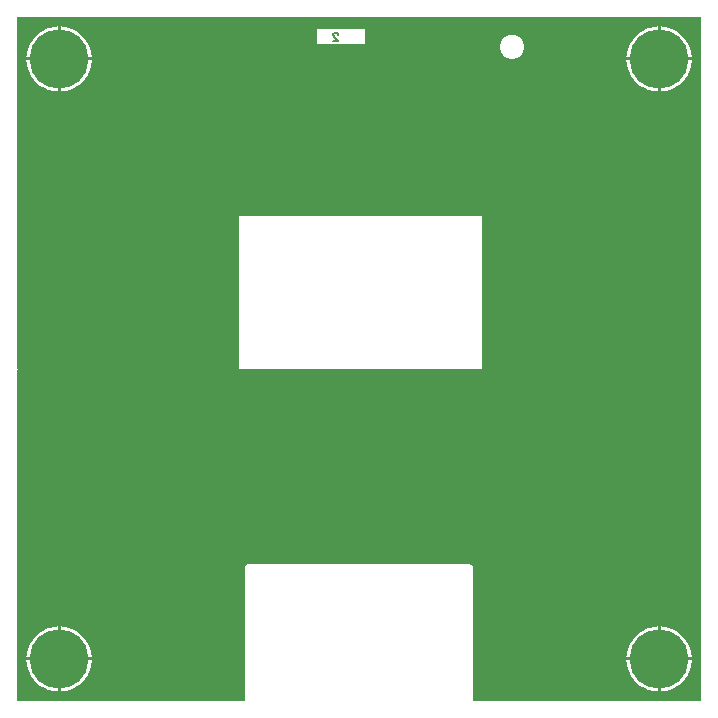
<source format=gbl>
G04 Layer: BottomLayer*
G04 EasyEDA v6.5.34, 2023-09-20 23:56:27*
G04 3f122a9d00374f5cbf43cf1a7a14275c,5a6b42c53f6a479593ecc07194224c93,10*
G04 Gerber Generator version 0.2*
G04 Scale: 100 percent, Rotated: No, Reflected: No *
G04 Dimensions in millimeters *
G04 leading zeros omitted , absolute positions ,4 integer and 5 decimal *
%FSLAX45Y45*%
%MOMM*%

%ADD10C,0.1524*%
%ADD11C,0.6350*%
%ADD12C,5.0000*%

%LPD*%
G36*
X1945132Y25908D02*
G01*
X36068Y26416D01*
X32156Y27178D01*
X28905Y29362D01*
X26670Y32664D01*
X25908Y36576D01*
X25908Y2821940D01*
X26670Y2825851D01*
X28905Y2829102D01*
X32156Y2831338D01*
X36068Y2832100D01*
X32156Y2832862D01*
X28905Y2835097D01*
X26670Y2838399D01*
X25908Y2842260D01*
X25908Y5805932D01*
X26670Y5809792D01*
X28905Y5813094D01*
X32156Y5815330D01*
X36068Y5816092D01*
X2555240Y5816092D01*
X2559151Y5815330D01*
X2562402Y5813094D01*
X2564638Y5809792D01*
X2565400Y5805932D01*
X2566162Y5809792D01*
X2568397Y5813094D01*
X2571648Y5815330D01*
X2575560Y5816092D01*
X4091940Y5816092D01*
X4095851Y5815330D01*
X4099102Y5813094D01*
X4101337Y5809792D01*
X4102100Y5805932D01*
X4102862Y5809792D01*
X4105097Y5813094D01*
X4108348Y5815330D01*
X4112260Y5816092D01*
X5805932Y5816092D01*
X5809792Y5815330D01*
X5813094Y5813094D01*
X5815330Y5809792D01*
X5816092Y5805932D01*
X5816092Y36068D01*
X5815330Y32156D01*
X5813094Y28905D01*
X5809792Y26670D01*
X5805932Y25908D01*
X3896868Y25908D01*
X3892956Y26670D01*
X3889705Y28905D01*
X3887470Y32207D01*
X3886708Y36068D01*
X3886708Y1155090D01*
X3885895Y1161592D01*
X3883812Y1167130D01*
X3880256Y1172260D01*
X3877259Y1175308D01*
X3873652Y1177950D01*
X3868115Y1180439D01*
X3860647Y1181608D01*
X1981809Y1181608D01*
X1975307Y1180846D01*
X1969770Y1178712D01*
X1964639Y1175207D01*
X1961591Y1172159D01*
X1959000Y1168552D01*
X1956460Y1163015D01*
X1955292Y1155547D01*
X1955292Y36068D01*
X1954530Y32207D01*
X1952294Y28905D01*
X1949043Y26720D01*
G37*

%LPC*%
G36*
X393700Y5185562D02*
G01*
X398322Y5185664D01*
X421284Y5188051D01*
X443992Y5192369D01*
X466242Y5198618D01*
X487883Y5206644D01*
X508812Y5216499D01*
X528828Y5228031D01*
X547776Y5241239D01*
X565607Y5255971D01*
X582117Y5272125D01*
X597204Y5289600D01*
X610819Y5308295D01*
X622757Y5328107D01*
X633018Y5348782D01*
X641553Y5370271D01*
X648208Y5392369D01*
X653034Y5414975D01*
X655929Y5437886D01*
X656336Y5448300D01*
X393700Y5448300D01*
G37*
G36*
X5473700Y105562D02*
G01*
X5478322Y105664D01*
X5501284Y108051D01*
X5523992Y112369D01*
X5546242Y118618D01*
X5567883Y126644D01*
X5588812Y136499D01*
X5608828Y148031D01*
X5627776Y161239D01*
X5645607Y175971D01*
X5662117Y192125D01*
X5677204Y209600D01*
X5690819Y228295D01*
X5702757Y248107D01*
X5713018Y268782D01*
X5721553Y290271D01*
X5728208Y312369D01*
X5733034Y334975D01*
X5735929Y357886D01*
X5736336Y368300D01*
X5473700Y368300D01*
G37*
G36*
X393700Y105562D02*
G01*
X398322Y105664D01*
X421284Y108051D01*
X443992Y112369D01*
X466242Y118618D01*
X487883Y126644D01*
X508812Y136499D01*
X528828Y148031D01*
X547776Y161239D01*
X565607Y175971D01*
X582117Y192125D01*
X597204Y209600D01*
X610819Y228295D01*
X622757Y248107D01*
X633018Y268782D01*
X641553Y290271D01*
X648208Y312369D01*
X653034Y334975D01*
X655929Y357886D01*
X656336Y368300D01*
X393700Y368300D01*
G37*
G36*
X368300Y105613D02*
G01*
X368300Y368300D01*
X105410Y368300D01*
X107289Y346405D01*
X111099Y323646D01*
X116890Y301244D01*
X124460Y279450D01*
X133858Y258317D01*
X144983Y238099D01*
X157784Y218846D01*
X172161Y200710D01*
X187960Y183896D01*
X205130Y168402D01*
X223520Y154432D01*
X243027Y142036D01*
X263499Y131368D01*
X284835Y122377D01*
X306781Y115265D01*
X329285Y109982D01*
X352145Y106629D01*
G37*
G36*
X5448300Y105613D02*
G01*
X5448300Y368300D01*
X5185410Y368300D01*
X5187289Y346405D01*
X5191099Y323646D01*
X5196890Y301244D01*
X5204460Y279450D01*
X5213858Y258317D01*
X5224983Y238099D01*
X5237784Y218846D01*
X5252161Y200710D01*
X5267960Y183896D01*
X5285130Y168402D01*
X5303520Y154432D01*
X5323027Y142036D01*
X5343499Y131368D01*
X5364835Y122377D01*
X5386781Y115265D01*
X5409285Y109982D01*
X5432145Y106629D01*
G37*
G36*
X393700Y393700D02*
G01*
X656336Y393700D01*
X655929Y404063D01*
X653034Y427024D01*
X648208Y449630D01*
X641553Y471728D01*
X633018Y493217D01*
X622757Y513892D01*
X610819Y533654D01*
X597204Y552348D01*
X582117Y569874D01*
X565607Y586028D01*
X547776Y600760D01*
X528828Y613968D01*
X508812Y625500D01*
X487883Y635355D01*
X466242Y643382D01*
X443992Y649630D01*
X421284Y653948D01*
X398322Y656336D01*
X393700Y656437D01*
G37*
G36*
X5473700Y393700D02*
G01*
X5736336Y393700D01*
X5735929Y404063D01*
X5733034Y427024D01*
X5728208Y449630D01*
X5721553Y471728D01*
X5713018Y493217D01*
X5702757Y513892D01*
X5690819Y533654D01*
X5677204Y552348D01*
X5662117Y569874D01*
X5645607Y586028D01*
X5627776Y600760D01*
X5608828Y613968D01*
X5588812Y625500D01*
X5567883Y635355D01*
X5546242Y643382D01*
X5523992Y649630D01*
X5501284Y653948D01*
X5478322Y656336D01*
X5473700Y656437D01*
G37*
G36*
X5185410Y393700D02*
G01*
X5448300Y393700D01*
X5448300Y656386D01*
X5432145Y655370D01*
X5409285Y652018D01*
X5386781Y646734D01*
X5364835Y639572D01*
X5343499Y630631D01*
X5323027Y619912D01*
X5303520Y607568D01*
X5285130Y593598D01*
X5267960Y578104D01*
X5252161Y561289D01*
X5237784Y543153D01*
X5224983Y523900D01*
X5213858Y503682D01*
X5204460Y482549D01*
X5196890Y460756D01*
X5191099Y438353D01*
X5187289Y415594D01*
G37*
G36*
X105410Y393700D02*
G01*
X368300Y393700D01*
X368300Y656386D01*
X352145Y655370D01*
X329285Y652018D01*
X306781Y646734D01*
X284835Y639572D01*
X263499Y630631D01*
X243027Y619912D01*
X223520Y607568D01*
X205130Y593598D01*
X187960Y578104D01*
X172161Y561289D01*
X157784Y543153D01*
X144983Y523900D01*
X133858Y503682D01*
X124460Y482549D01*
X116890Y460756D01*
X111099Y438353D01*
X107289Y415594D01*
G37*
G36*
X1894839Y2832100D02*
G01*
X3961384Y2832100D01*
X3962400Y2833116D01*
X3962400Y4126484D01*
X3961384Y4127500D01*
X1906016Y4127500D01*
X1905000Y4126484D01*
X1905000Y2842260D01*
X1904238Y2838399D01*
X1902053Y2835097D01*
X1898751Y2832862D01*
G37*
G36*
X5473700Y5185562D02*
G01*
X5478322Y5185664D01*
X5501284Y5188051D01*
X5523992Y5192369D01*
X5546242Y5198618D01*
X5567883Y5206644D01*
X5588812Y5216499D01*
X5608828Y5228031D01*
X5627776Y5241239D01*
X5645607Y5255971D01*
X5662117Y5272125D01*
X5677204Y5289600D01*
X5690819Y5308295D01*
X5702757Y5328107D01*
X5713018Y5348782D01*
X5721553Y5370271D01*
X5728208Y5392369D01*
X5733034Y5414975D01*
X5735929Y5437886D01*
X5736336Y5448300D01*
X5473700Y5448300D01*
G37*
G36*
X2691688Y5583682D02*
G01*
X2750261Y5583682D01*
X2756560Y5584393D01*
X2764840Y5587593D01*
X2767634Y5588000D01*
X2970784Y5588000D01*
X2971800Y5589016D01*
X2971800Y5713984D01*
X2970784Y5715000D01*
X2763520Y5715000D01*
X2760167Y5715558D01*
X2756560Y5716828D01*
X2750261Y5717540D01*
X2691688Y5717540D01*
X2685389Y5716828D01*
X2681782Y5715558D01*
X2678430Y5715000D01*
X2575560Y5715000D01*
X2571648Y5715762D01*
X2568397Y5717997D01*
X2566162Y5721248D01*
X2565400Y5725160D01*
X2565400Y5589016D01*
X2566416Y5588000D01*
X2674315Y5588000D01*
X2677109Y5587593D01*
X2679903Y5586323D01*
X2685389Y5584393D01*
G37*
G36*
X5448300Y5185613D02*
G01*
X5448300Y5448300D01*
X5185410Y5448300D01*
X5187289Y5426405D01*
X5191099Y5403646D01*
X5196890Y5381244D01*
X5204460Y5359450D01*
X5213858Y5338318D01*
X5224983Y5318099D01*
X5237784Y5298846D01*
X5252161Y5280710D01*
X5267960Y5263896D01*
X5285130Y5248402D01*
X5303520Y5234432D01*
X5323027Y5222036D01*
X5343499Y5211368D01*
X5364835Y5202377D01*
X5386781Y5195265D01*
X5409285Y5189982D01*
X5432145Y5186629D01*
G37*
G36*
X368300Y5185613D02*
G01*
X368300Y5448300D01*
X105410Y5448300D01*
X107289Y5426405D01*
X111099Y5403646D01*
X116890Y5381244D01*
X124460Y5359450D01*
X133858Y5338318D01*
X144983Y5318099D01*
X157784Y5298846D01*
X172161Y5280710D01*
X187960Y5263896D01*
X205130Y5248402D01*
X223520Y5234432D01*
X243027Y5222036D01*
X263499Y5211368D01*
X284835Y5202377D01*
X306781Y5195265D01*
X329285Y5189982D01*
X352145Y5186629D01*
G37*
G36*
X4103115Y5448300D02*
G01*
X4329684Y5448300D01*
X4330700Y5449316D01*
X4330700Y5675884D01*
X4329684Y5676900D01*
X4112260Y5676900D01*
X4108348Y5677662D01*
X4105097Y5679897D01*
X4102862Y5683148D01*
X4102100Y5687060D01*
X4102100Y5449316D01*
X4102252Y5448452D01*
G37*
G36*
X5473700Y5473700D02*
G01*
X5736336Y5473700D01*
X5735929Y5484063D01*
X5733034Y5507024D01*
X5728208Y5529630D01*
X5721553Y5551728D01*
X5713018Y5573217D01*
X5702757Y5593892D01*
X5690819Y5613654D01*
X5677204Y5632348D01*
X5662117Y5649874D01*
X5645607Y5666028D01*
X5627776Y5680760D01*
X5608828Y5693968D01*
X5588812Y5705500D01*
X5567883Y5715355D01*
X5546242Y5723382D01*
X5523992Y5729630D01*
X5501284Y5733948D01*
X5478322Y5736336D01*
X5473700Y5736437D01*
G37*
G36*
X393700Y5473700D02*
G01*
X656336Y5473700D01*
X655929Y5484063D01*
X653034Y5507024D01*
X648208Y5529630D01*
X641553Y5551728D01*
X633018Y5573217D01*
X622757Y5593892D01*
X610819Y5613654D01*
X597204Y5632348D01*
X582117Y5649874D01*
X565607Y5666028D01*
X547776Y5680760D01*
X528828Y5693968D01*
X508812Y5705500D01*
X487883Y5715355D01*
X466242Y5723382D01*
X443992Y5729630D01*
X421284Y5733948D01*
X398322Y5736336D01*
X393700Y5736437D01*
G37*
G36*
X105410Y5473700D02*
G01*
X368300Y5473700D01*
X368300Y5736386D01*
X352145Y5735370D01*
X329285Y5732018D01*
X306781Y5726734D01*
X284835Y5719572D01*
X263499Y5710631D01*
X243027Y5699912D01*
X223520Y5687568D01*
X205130Y5673598D01*
X187960Y5658104D01*
X172161Y5641289D01*
X157784Y5623153D01*
X144983Y5603900D01*
X133858Y5583682D01*
X124460Y5562549D01*
X116890Y5540756D01*
X111099Y5518353D01*
X107289Y5495594D01*
G37*
G36*
X5185410Y5473700D02*
G01*
X5448300Y5473700D01*
X5448300Y5736386D01*
X5432145Y5735370D01*
X5409285Y5732018D01*
X5386781Y5726734D01*
X5364835Y5719572D01*
X5343499Y5710631D01*
X5323027Y5699912D01*
X5303520Y5687568D01*
X5285130Y5673598D01*
X5267960Y5658104D01*
X5252161Y5641289D01*
X5237784Y5623153D01*
X5224983Y5603900D01*
X5213858Y5583682D01*
X5204460Y5562549D01*
X5196890Y5540756D01*
X5191099Y5518353D01*
X5187289Y5495594D01*
G37*

%LPD*%
D10*
X2739890Y5668002D02*
G01*
X2739890Y5671304D01*
X2736842Y5677654D01*
X2733540Y5680956D01*
X2727190Y5684004D01*
X2714490Y5684004D01*
X2708140Y5680956D01*
X2705092Y5677654D01*
X2701790Y5671304D01*
X2701790Y5664954D01*
X2705092Y5658604D01*
X2711442Y5648952D01*
X2743192Y5617202D01*
X2698742Y5617202D01*
D11*
G75*
G01
X4352384Y5562592D02*
G03X4352384Y5562592I-135992J0D01*
D12*
G01*
X380992Y5460992D03*
G01*
X380992Y380992D03*
G01*
X5460992Y380992D03*
G01*
X5460992Y5460992D03*
M02*

</source>
